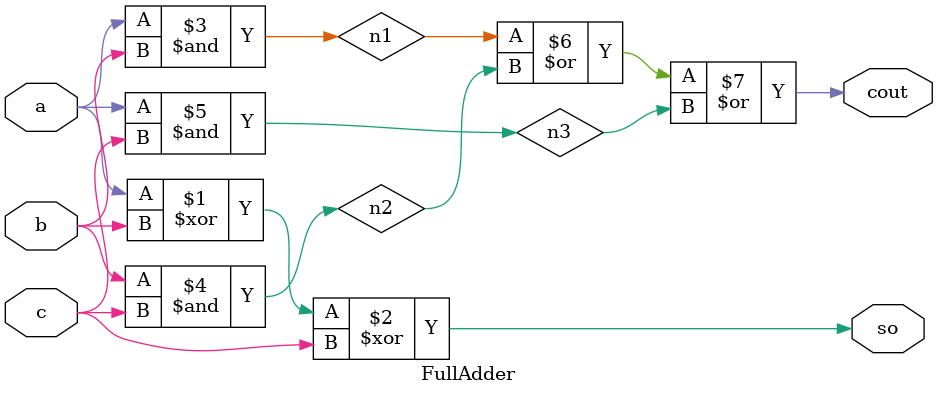
<source format=v>
`timescale 1ns / 1ps


module FullAdder(
 input a,b,c,
 output cout,so
    );
    
    wire n1,n2,n3;
    
    xor u0(so,a,b,c);
    //so
    
    and u1(n1,a,b);
    and u2(n2,b,c);
    and u3(n3,a,c);
    
    or u4(cout,n1,n2,n3);
    
    
endmodule

</source>
